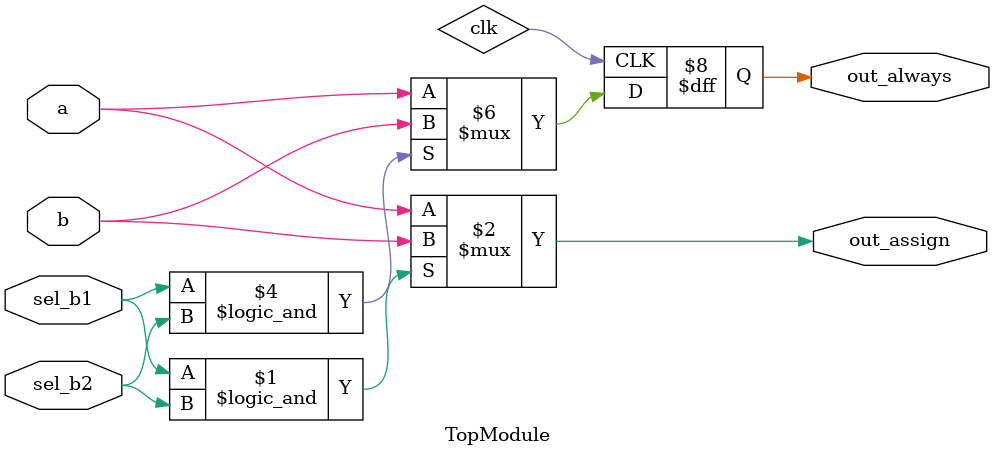
<source format=sv>

module TopModule (
  input a, // input signal A
  input b, // input signal B
  input sel_b1, // select bit 1
  input sel_b2, // select bit 2
  output out_assign, // output signal for assign statement
  output reg out_always // output signal for always block
);

// Assign statement implementation
assign out_assign = (sel_b1 && sel_b2) ? b : a;

// Always block implementation
always @(posedge clk)
begin
  if (sel_b1 && sel_b2)
    out_always <= b;
  else
    out_always <= a;
end

endmodule

// VERILOG-EVAL: errant inclusion of module definition

</source>
